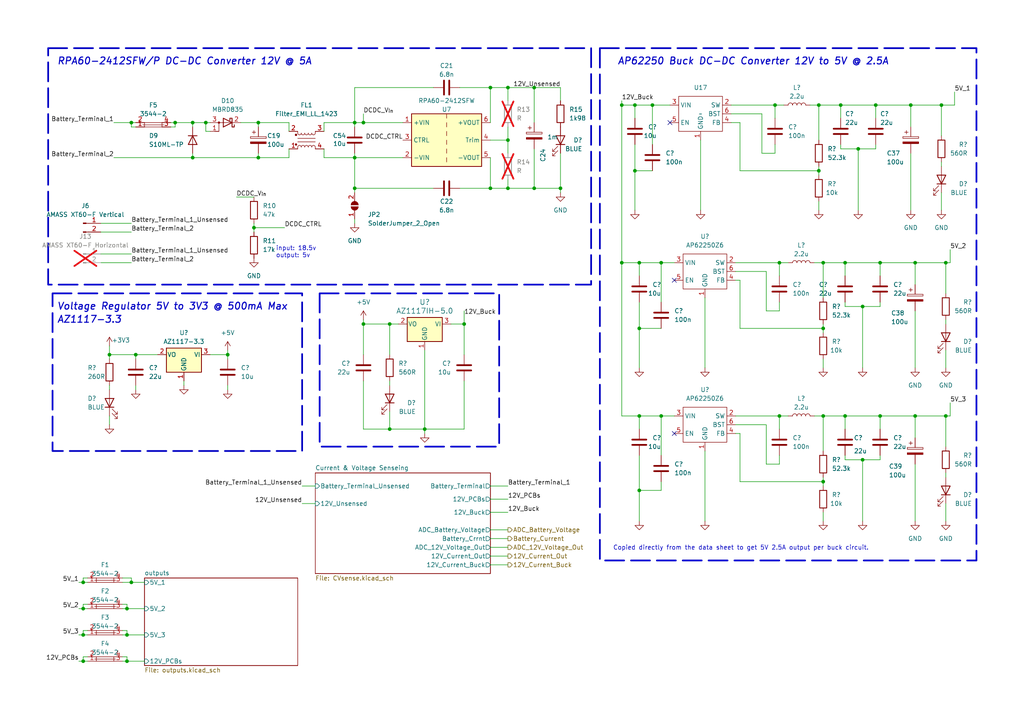
<source format=kicad_sch>
(kicad_sch (version 20230121) (generator eeschema)
  (paper "A4")
  (junction (at 264.16 30.48))
  (junction (at 24.13 168.91))
  (junction (at 147.32 54.61))
  (junction (at 243.84 30.48))
  (junction (at 55.88 45.72))
  (junction (at 66.04 102.87))
  (junction (at 38.1 168.91))
  (junction (at 102.87 35.56))
  (junction (at 105.41 93.98))
  (junction (at 154.94 54.61))
  (junction (at 180.34 30.48))
  (junction (at 38.1 35.56))
  (junction (at 274.32 76.2))
  (junction (at 31.75 102.87))
  (junction (at 185.42 142.24))
  (junction (at 245.11 76.2))
  (junction (at 255.27 76.2))
  (junction (at 265.43 76.2))
  (junction (at 113.03 124.46))
  (junction (at 24.13 176.53))
  (junction (at 24.13 184.15))
  (junction (at 154.94 25.4))
  (junction (at 237.49 30.48))
  (junction (at 189.23 30.48))
  (junction (at 191.77 120.65))
  (junction (at 102.87 54.61))
  (junction (at 55.88 35.56))
  (junction (at 105.41 35.56))
  (junction (at 123.19 124.46))
  (junction (at 39.37 102.87))
  (junction (at 24.13 191.77))
  (junction (at 250.19 88.9))
  (junction (at 226.06 76.2))
  (junction (at 59.69 35.56))
  (junction (at 147.32 25.4))
  (junction (at 185.42 76.2))
  (junction (at 226.06 120.65))
  (junction (at 274.32 120.65))
  (junction (at 36.83 176.53))
  (junction (at 184.15 49.53))
  (junction (at 50.8 35.56))
  (junction (at 238.76 95.25))
  (junction (at 238.76 76.2))
  (junction (at 250.19 133.35))
  (junction (at 162.56 54.61))
  (junction (at 142.24 25.4))
  (junction (at 255.27 120.65))
  (junction (at 142.24 54.61))
  (junction (at 102.87 45.72))
  (junction (at 36.83 191.77))
  (junction (at 237.49 49.53))
  (junction (at 238.76 120.65))
  (junction (at 36.83 184.15))
  (junction (at 134.62 93.98))
  (junction (at 265.43 120.65))
  (junction (at 180.34 76.2))
  (junction (at 254 30.48))
  (junction (at 74.93 35.56))
  (junction (at 248.92 43.18))
  (junction (at 185.42 120.65))
  (junction (at 184.15 30.48))
  (junction (at 191.77 76.2))
  (junction (at 147.32 40.64))
  (junction (at 245.11 120.65))
  (junction (at 238.76 139.7))
  (junction (at 185.42 95.25))
  (junction (at 74.93 45.72))
  (junction (at 273.05 30.48))
  (junction (at 73.66 66.04))
  (junction (at 113.03 93.98))
  (junction (at 224.79 30.48))
  (no_connect (at 195.58 125.73))
  (no_connect (at 194.31 35.56))
  (no_connect (at 195.58 81.28))
  (wire (pts (xy 29.21 73.66) (xy 38.1 73.66)))
  (wire (pts (xy 254 30.48) (xy 254 34.29)))
  (wire (pts (xy 66.04 102.87) (xy 66.04 104.14)))
  (wire (pts (xy 29.21 64.77) (xy 38.1 64.77)))
  (wire (pts (xy 22.86 168.91) (xy 24.13 168.91)))
  (wire (pts (xy 180.34 30.48) (xy 184.15 30.48)))
  (wire (pts (xy 238.76 151.13) (xy 238.76 148.59)))
  (wire (pts (xy 213.36 81.28) (xy 214.63 81.28)))
  (wire (pts (xy 59.69 35.56) (xy 60.96 35.56)))
  (wire (pts (xy 38.1 168.91) (xy 41.91 168.91)))
  (wire (pts (xy 220.98 44.45) (xy 224.79 44.45)))
  (wire (pts (xy 185.42 87.63) (xy 185.42 95.25)))
  (wire (pts (xy 255.27 132.08) (xy 255.27 133.35)))
  (wire (pts (xy 180.34 76.2) (xy 180.34 120.65)))
  (wire (pts (xy 55.88 35.56) (xy 55.88 36.83)))
  (wire (pts (xy 22.86 176.53) (xy 24.13 176.53)))
  (wire (pts (xy 105.41 93.98) (xy 105.41 102.87)))
  (wire (pts (xy 245.11 76.2) (xy 255.27 76.2)))
  (wire (pts (xy 274.32 120.65) (xy 274.32 129.54)))
  (wire (pts (xy 255.27 76.2) (xy 255.27 80.01)))
  (wire (pts (xy 35.56 168.91) (xy 38.1 168.91)))
  (wire (pts (xy 49.53 35.56) (xy 50.8 35.56)))
  (wire (pts (xy 238.76 140.97) (xy 238.76 139.7)))
  (wire (pts (xy 35.56 176.53) (xy 36.83 176.53)))
  (wire (pts (xy 134.62 110.49) (xy 134.62 124.46)))
  (wire (pts (xy 154.94 25.4) (xy 162.56 25.4)))
  (wire (pts (xy 68.58 57.15) (xy 73.66 57.15)))
  (wire (pts (xy 162.56 44.45) (xy 162.56 54.61)))
  (wire (pts (xy 102.87 35.56) (xy 105.41 35.56)))
  (wire (pts (xy 73.66 64.77) (xy 73.66 66.04)))
  (wire (pts (xy 238.76 86.36) (xy 238.76 76.2)))
  (wire (pts (xy 250.19 133.35) (xy 250.19 151.13)))
  (wire (pts (xy 66.04 111.76) (xy 66.04 113.03)))
  (wire (pts (xy 130.81 93.98) (xy 134.62 93.98)))
  (wire (pts (xy 245.11 132.08) (xy 245.11 133.35)))
  (wire (pts (xy 123.19 125.73) (xy 123.19 124.46)))
  (wire (pts (xy 60.96 102.87) (xy 66.04 102.87)))
  (wire (pts (xy 33.02 45.72) (xy 55.88 45.72)))
  (wire (pts (xy 237.49 48.26) (xy 237.49 49.53)))
  (wire (pts (xy 245.11 87.63) (xy 245.11 88.9)))
  (wire (pts (xy 245.11 76.2) (xy 245.11 80.01)))
  (wire (pts (xy 248.92 43.18) (xy 248.92 60.96)))
  (wire (pts (xy 224.79 30.48) (xy 227.33 30.48)))
  (wire (pts (xy 73.66 66.04) (xy 73.66 67.31)))
  (wire (pts (xy 31.75 113.03) (xy 31.75 111.76)))
  (wire (pts (xy 35.56 167.64) (xy 38.1 167.64)))
  (wire (pts (xy 226.06 90.17) (xy 226.06 87.63)))
  (wire (pts (xy 142.24 45.72) (xy 142.24 54.61)))
  (wire (pts (xy 35.56 175.26) (xy 36.83 175.26)))
  (wire (pts (xy 213.36 120.65) (xy 226.06 120.65)))
  (wire (pts (xy 245.11 120.65) (xy 255.27 120.65)))
  (wire (pts (xy 24.13 168.91) (xy 25.4 168.91)))
  (wire (pts (xy 237.49 50.8) (xy 237.49 49.53)))
  (wire (pts (xy 212.09 30.48) (xy 224.79 30.48)))
  (wire (pts (xy 237.49 60.96) (xy 237.49 58.42)))
  (wire (pts (xy 24.13 182.88) (xy 24.13 184.15)))
  (wire (pts (xy 147.32 25.4) (xy 154.94 25.4)))
  (wire (pts (xy 245.11 88.9) (xy 250.19 88.9)))
  (wire (pts (xy 191.77 132.08) (xy 191.77 120.65)))
  (wire (pts (xy 245.11 120.65) (xy 245.11 124.46)))
  (wire (pts (xy 185.42 76.2) (xy 191.77 76.2)))
  (wire (pts (xy 255.27 133.35) (xy 250.19 133.35)))
  (wire (pts (xy 191.77 76.2) (xy 195.58 76.2)))
  (wire (pts (xy 214.63 95.25) (xy 238.76 95.25)))
  (wire (pts (xy 102.87 25.4) (xy 102.87 35.56)))
  (wire (pts (xy 147.32 54.61) (xy 154.94 54.61)))
  (wire (pts (xy 184.15 41.91) (xy 184.15 49.53)))
  (wire (pts (xy 24.13 175.26) (xy 24.13 176.53)))
  (wire (pts (xy 222.25 90.17) (xy 226.06 90.17)))
  (wire (pts (xy 55.88 35.56) (xy 59.69 35.56)))
  (wire (pts (xy 214.63 49.53) (xy 237.49 49.53)))
  (wire (pts (xy 102.87 54.61) (xy 125.73 54.61)))
  (wire (pts (xy 275.59 72.39) (xy 275.59 76.2)))
  (wire (pts (xy 254 30.48) (xy 264.16 30.48)))
  (wire (pts (xy 185.42 95.25) (xy 185.42 106.68)))
  (wire (pts (xy 39.37 111.76) (xy 39.37 113.03)))
  (wire (pts (xy 123.19 124.46) (xy 113.03 124.46)))
  (wire (pts (xy 238.76 138.43) (xy 238.76 139.7)))
  (wire (pts (xy 214.63 125.73) (xy 214.63 139.7)))
  (wire (pts (xy 123.19 101.6) (xy 123.19 124.46)))
  (wire (pts (xy 83.82 43.18) (xy 83.82 45.72)))
  (wire (pts (xy 50.8 36.83) (xy 50.8 35.56)))
  (wire (pts (xy 154.94 54.61) (xy 162.56 54.61)))
  (wire (pts (xy 142.24 140.97) (xy 147.32 140.97)))
  (wire (pts (xy 105.41 35.56) (xy 116.84 35.56)))
  (wire (pts (xy 113.03 119.38) (xy 113.03 124.46)))
  (wire (pts (xy 55.88 45.72) (xy 74.93 45.72)))
  (wire (pts (xy 237.49 30.48) (xy 243.84 30.48)))
  (wire (pts (xy 191.77 142.24) (xy 185.42 142.24)))
  (wire (pts (xy 185.42 120.65) (xy 185.42 124.46)))
  (wire (pts (xy 236.22 76.2) (xy 238.76 76.2)))
  (wire (pts (xy 38.1 35.56) (xy 39.37 35.56)))
  (wire (pts (xy 222.25 90.17) (xy 222.25 78.74)))
  (wire (pts (xy 24.13 167.64) (xy 25.4 167.64)))
  (wire (pts (xy 93.98 35.56) (xy 102.87 35.56)))
  (wire (pts (xy 265.43 120.65) (xy 265.43 127)))
  (wire (pts (xy 204.47 86.36) (xy 204.47 106.68)))
  (wire (pts (xy 38.1 36.83) (xy 38.1 35.56)))
  (wire (pts (xy 255.27 88.9) (xy 250.19 88.9)))
  (wire (pts (xy 50.8 35.56) (xy 55.88 35.56)))
  (wire (pts (xy 212.09 35.56) (xy 214.63 35.56)))
  (wire (pts (xy 147.32 144.78) (xy 142.24 144.78)))
  (wire (pts (xy 162.56 25.4) (xy 162.56 29.21)))
  (wire (pts (xy 185.42 76.2) (xy 185.42 80.01)))
  (wire (pts (xy 74.93 45.72) (xy 83.82 45.72)))
  (wire (pts (xy 24.13 190.5) (xy 24.13 191.77)))
  (wire (pts (xy 191.77 87.63) (xy 191.77 76.2)))
  (wire (pts (xy 243.84 41.91) (xy 243.84 43.18)))
  (wire (pts (xy 87.63 140.97) (xy 91.44 140.97)))
  (wire (pts (xy 180.34 76.2) (xy 185.42 76.2)))
  (wire (pts (xy 189.23 30.48) (xy 194.31 30.48)))
  (wire (pts (xy 25.4 175.26) (xy 24.13 175.26)))
  (wire (pts (xy 274.32 92.71) (xy 274.32 93.98)))
  (wire (pts (xy 87.63 146.05) (xy 91.44 146.05)))
  (wire (pts (xy 53.34 111.76) (xy 53.34 110.49)))
  (wire (pts (xy 142.24 161.29) (xy 147.32 161.29)))
  (wire (pts (xy 35.56 184.15) (xy 36.83 184.15)))
  (wire (pts (xy 213.36 123.19) (xy 222.25 123.19)))
  (wire (pts (xy 142.24 54.61) (xy 147.32 54.61)))
  (wire (pts (xy 274.32 137.16) (xy 274.32 138.43)))
  (wire (pts (xy 105.41 33.02) (xy 105.41 35.56)))
  (wire (pts (xy 142.24 40.64) (xy 147.32 40.64)))
  (wire (pts (xy 204.47 130.81) (xy 204.47 151.13)))
  (wire (pts (xy 35.56 182.88) (xy 36.83 182.88)))
  (wire (pts (xy 25.4 190.5) (xy 24.13 190.5)))
  (wire (pts (xy 105.41 92.71) (xy 105.41 93.98)))
  (wire (pts (xy 191.77 120.65) (xy 195.58 120.65)))
  (wire (pts (xy 180.34 30.48) (xy 180.34 76.2)))
  (wire (pts (xy 49.53 36.83) (xy 50.8 36.83)))
  (wire (pts (xy 73.66 66.04) (xy 82.55 66.04)))
  (wire (pts (xy 243.84 30.48) (xy 254 30.48)))
  (wire (pts (xy 213.36 76.2) (xy 226.06 76.2)))
  (wire (pts (xy 224.79 44.45) (xy 224.79 41.91)))
  (wire (pts (xy 29.21 67.31) (xy 38.1 67.31)))
  (wire (pts (xy 226.06 120.65) (xy 226.06 124.46)))
  (wire (pts (xy 180.34 120.65) (xy 185.42 120.65)))
  (wire (pts (xy 36.83 175.26) (xy 36.83 176.53)))
  (wire (pts (xy 162.56 55.88) (xy 162.56 54.61)))
  (wire (pts (xy 250.19 88.9) (xy 250.19 106.68)))
  (wire (pts (xy 276.86 26.67) (xy 276.86 30.48)))
  (wire (pts (xy 222.25 134.62) (xy 222.25 123.19)))
  (wire (pts (xy 59.69 38.1) (xy 60.96 38.1)))
  (wire (pts (xy 24.13 191.77) (xy 25.4 191.77)))
  (wire (pts (xy 274.32 120.65) (xy 275.59 120.65)))
  (wire (pts (xy 226.06 134.62) (xy 226.06 132.08)))
  (wire (pts (xy 220.98 44.45) (xy 220.98 33.02)))
  (wire (pts (xy 22.86 191.77) (xy 24.13 191.77)))
  (wire (pts (xy 113.03 110.49) (xy 113.03 111.76)))
  (wire (pts (xy 238.76 106.68) (xy 238.76 104.14)))
  (wire (pts (xy 273.05 30.48) (xy 273.05 39.37)))
  (wire (pts (xy 185.42 142.24) (xy 185.42 151.13)))
  (wire (pts (xy 142.24 25.4) (xy 147.32 25.4)))
  (wire (pts (xy 31.75 104.14) (xy 31.75 102.87)))
  (wire (pts (xy 22.86 184.15) (xy 24.13 184.15)))
  (wire (pts (xy 185.42 132.08) (xy 185.42 142.24)))
  (wire (pts (xy 226.06 76.2) (xy 226.06 80.01)))
  (wire (pts (xy 39.37 102.87) (xy 39.37 104.14)))
  (wire (pts (xy 142.24 158.75) (xy 147.32 158.75)))
  (wire (pts (xy 134.62 93.98) (xy 134.62 102.87)))
  (wire (pts (xy 238.76 76.2) (xy 245.11 76.2)))
  (wire (pts (xy 105.41 110.49) (xy 105.41 124.46)))
  (wire (pts (xy 142.24 25.4) (xy 142.24 35.56)))
  (wire (pts (xy 273.05 46.99) (xy 273.05 48.26)))
  (wire (pts (xy 222.25 134.62) (xy 226.06 134.62)))
  (wire (pts (xy 102.87 36.83) (xy 102.87 35.56)))
  (wire (pts (xy 245.11 133.35) (xy 250.19 133.35)))
  (wire (pts (xy 191.77 139.7) (xy 191.77 142.24)))
  (wire (pts (xy 238.76 93.98) (xy 238.76 95.25)))
  (wire (pts (xy 265.43 76.2) (xy 265.43 82.55)))
  (wire (pts (xy 134.62 90.17) (xy 134.62 93.98)))
  (wire (pts (xy 274.32 76.2) (xy 275.59 76.2)))
  (wire (pts (xy 36.83 191.77) (xy 41.91 191.77)))
  (wire (pts (xy 273.05 30.48) (xy 276.86 30.48)))
  (wire (pts (xy 31.75 100.33) (xy 31.75 102.87)))
  (wire (pts (xy 264.16 30.48) (xy 273.05 30.48)))
  (wire (pts (xy 102.87 45.72) (xy 116.84 45.72)))
  (wire (pts (xy 274.32 146.05) (xy 274.32 151.13)))
  (wire (pts (xy 36.83 191.77) (xy 35.56 191.77)))
  (wire (pts (xy 184.15 30.48) (xy 184.15 34.29)))
  (wire (pts (xy 180.34 29.21) (xy 180.34 30.48)))
  (wire (pts (xy 142.24 153.67) (xy 147.32 153.67)))
  (wire (pts (xy 29.21 76.2) (xy 38.1 76.2)))
  (wire (pts (xy 102.87 54.61) (xy 102.87 55.88)))
  (wire (pts (xy 255.27 76.2) (xy 265.43 76.2)))
  (wire (pts (xy 265.43 120.65) (xy 274.32 120.65)))
  (wire (pts (xy 142.24 163.83) (xy 147.32 163.83)))
  (wire (pts (xy 265.43 90.17) (xy 265.43 106.68)))
  (wire (pts (xy 142.24 148.59) (xy 147.32 148.59)))
  (wire (pts (xy 184.15 30.48) (xy 189.23 30.48)))
  (wire (pts (xy 185.42 95.25) (xy 191.77 95.25)))
  (wire (pts (xy 134.62 124.46) (xy 123.19 124.46)))
  (wire (pts (xy 214.63 35.56) (xy 214.63 49.53)))
  (wire (pts (xy 55.88 44.45) (xy 55.88 45.72)))
  (wire (pts (xy 274.32 101.6) (xy 274.32 106.68)))
  (wire (pts (xy 265.43 76.2) (xy 274.32 76.2)))
  (wire (pts (xy 113.03 93.98) (xy 105.41 93.98)))
  (wire (pts (xy 36.83 184.15) (xy 41.91 184.15)))
  (wire (pts (xy 31.75 102.87) (xy 39.37 102.87)))
  (wire (pts (xy 66.04 101.6) (xy 66.04 102.87)))
  (wire (pts (xy 133.35 25.4) (xy 142.24 25.4)))
  (wire (pts (xy 184.15 49.53) (xy 189.23 49.53)))
  (wire (pts (xy 147.32 36.83) (xy 147.32 40.64)))
  (wire (pts (xy 102.87 63.5) (xy 102.87 64.77)))
  (wire (pts (xy 255.27 120.65) (xy 255.27 124.46)))
  (wire (pts (xy 212.09 33.02) (xy 220.98 33.02)))
  (wire (pts (xy 142.24 156.21) (xy 147.32 156.21)))
  (wire (pts (xy 214.63 81.28) (xy 214.63 95.25)))
  (wire (pts (xy 147.32 25.4) (xy 147.32 29.21)))
  (wire (pts (xy 237.49 40.64) (xy 237.49 30.48)))
  (wire (pts (xy 226.06 120.65) (xy 228.6 120.65)))
  (wire (pts (xy 39.37 102.87) (xy 45.72 102.87)))
  (wire (pts (xy 274.32 76.2) (xy 274.32 85.09)))
  (wire (pts (xy 224.79 30.48) (xy 224.79 34.29)))
  (wire (pts (xy 39.37 36.83) (xy 38.1 36.83)))
  (wire (pts (xy 265.43 134.62) (xy 265.43 151.13)))
  (wire (pts (xy 36.83 190.5) (xy 35.56 190.5)))
  (wire (pts (xy 102.87 25.4) (xy 125.73 25.4)))
  (wire (pts (xy 273.05 55.88) (xy 273.05 60.96)))
  (wire (pts (xy 214.63 139.7) (xy 238.76 139.7)))
  (wire (pts (xy 102.87 45.72) (xy 93.98 45.72)))
  (wire (pts (xy 113.03 124.46) (xy 105.41 124.46)))
  (wire (pts (xy 24.13 184.15) (xy 25.4 184.15)))
  (wire (pts (xy 185.42 120.65) (xy 191.77 120.65)))
  (wire (pts (xy 38.1 167.64) (xy 38.1 168.91)))
  (wire (pts (xy 226.06 76.2) (xy 228.6 76.2)))
  (wire (pts (xy 113.03 93.98) (xy 115.57 93.98)))
  (wire (pts (xy 184.15 49.53) (xy 184.15 60.96)))
  (wire (pts (xy 102.87 45.72) (xy 102.87 54.61)))
  (wire (pts (xy 154.94 43.18) (xy 154.94 54.61)))
  (wire (pts (xy 74.93 45.72) (xy 74.93 44.45)))
  (wire (pts (xy 154.94 25.4) (xy 154.94 35.56)))
  (wire (pts (xy 243.84 43.18) (xy 248.92 43.18)))
  (wire (pts (xy 264.16 30.48) (xy 264.16 36.83)))
  (wire (pts (xy 255.27 120.65) (xy 265.43 120.65)))
  (wire (pts (xy 264.16 44.45) (xy 264.16 60.96)))
  (wire (pts (xy 254 41.91) (xy 254 43.18)))
  (wire (pts (xy 243.84 30.48) (xy 243.84 34.29)))
  (wire (pts (xy 24.13 176.53) (xy 25.4 176.53)))
  (wire (pts (xy 83.82 35.56) (xy 83.82 38.1)))
  (wire (pts (xy 36.83 190.5) (xy 36.83 191.77)))
  (wire (pts (xy 236.22 120.65) (xy 238.76 120.65)))
  (wire (pts (xy 213.36 78.74) (xy 222.25 78.74)))
  (wire (pts (xy 74.93 35.56) (xy 83.82 35.56)))
  (wire (pts (xy 31.75 120.65) (xy 31.75 123.19)))
  (wire (pts (xy 234.95 30.48) (xy 237.49 30.48)))
  (wire (pts (xy 238.76 120.65) (xy 245.11 120.65)))
  (wire (pts (xy 36.83 182.88) (xy 36.83 184.15)))
  (wire (pts (xy 238.76 96.52) (xy 238.76 95.25)))
  (wire (pts (xy 74.93 36.83) (xy 74.93 35.56)))
  (wire (pts (xy 238.76 130.81) (xy 238.76 120.65)))
  (wire (pts (xy 133.35 54.61) (xy 142.24 54.61)))
  (wire (pts (xy 213.36 125.73) (xy 214.63 125.73)))
  (wire (pts (xy 113.03 93.98) (xy 113.03 102.87)))
  (wire (pts (xy 36.83 176.53) (xy 41.91 176.53)))
  (wire (pts (xy 254 43.18) (xy 248.92 43.18)))
  (wire (pts (xy 189.23 30.48) (xy 189.23 41.91)))
  (wire (pts (xy 69.85 35.56) (xy 74.93 35.56)))
  (wire (pts (xy 203.2 40.64) (xy 203.2 60.96)))
  (wire (pts (xy 93.98 38.1) (xy 93.98 35.56)))
  (wire (pts (xy 93.98 43.18) (xy 93.98 45.72)))
  (wire (pts (xy 102.87 44.45) (xy 102.87 45.72)))
  (wire (pts (xy 147.32 52.07) (xy 147.32 54.61)))
  (wire (pts (xy 33.02 35.56) (xy 38.1 35.56)))
  (wire (pts (xy 24.13 167.64) (xy 24.13 168.91)))
  (wire (pts (xy 147.32 44.45) (xy 147.32 40.64)))
  (wire (pts (xy 59.69 35.56) (xy 59.69 38.1)))
  (wire (pts (xy 255.27 87.63) (xy 255.27 88.9)))
  (wire (pts (xy 275.59 116.84) (xy 275.59 120.65)))
  (wire (pts (xy 24.13 182.88) (xy 25.4 182.88)))
  (rectangle (start 173.99 13.97) (end 283.21 162.56) (stroke (width 0.5) (type dash)))
  (rectangle (start 13.97 13.97) (end 171.45 82.55) (stroke (width 0.5) (type dash)))
  (rectangle (start 15.24 85.09) (end 87.63 130.81) (stroke (width 0.5) (type dash)))
  (rectangle (start 92.71 85.09) (end 144.78 129.54) (stroke (width 0.5) (type dash)))
  (text "AZ1117-3.3" (at 16.51 93.98 0) (effects (font (size 2 2) (thickness 0.3) bold italic) (justify left bottom)))
  (text "Voltage Regulator 5V to 3V3 @ 500mA Max" (at 16.51 90.17 0) (effects (font (size 2 2) (thickness 0.3) bold italic) (justify left bottom)))
  (text "RPA60-2412SFW/P DC-DC Converter 12V @ 5A\n" (at 16.51 19.05 0) (effects (font (size 2 2) (thickness 0.3) bold italic) (justify left bottom)))
  (text "AP62250 Buck DC-DC Converter 12V to 5V @ 2.5A\n" (at 179.07 19.05 0) (effects (font (size 2 2) (thickness 0.3) bold italic) (justify left bottom)))
  (text "Copied directly from the data sheet to get 5V 2.5A output per buck circuit.\n\n\n" (at 177.8 163.83 0) (effects (font (size 1.27 1.27)) (justify left bottom)))
  (text "input: 18.5v\noutput: 5v " (at 80.01 74.93 0) (effects (font (size 1.27 1.27)) (justify left bottom)))
  (label "5V_1" (at 22.86 168.91 180))
  (label "DCDC_V_{in}" (at 68.58 57.15 0))
  (label "12V_PCBs" (at 22.86 191.77 180))
  (label "Battery_Terminal_1_Unsensed" (at 38.1 64.77 0))
  (label "12V_Buck" (at 180.34 29.21 0))
  (label "Battery_Terminal_1_Unsensed" (at 38.1 73.66 0))
  (label "Battery_Terminal_1_Unsensed" (at 87.63 140.97 180))
  (label "5V_1" (at 276.86 26.67 0))
  (label "12V_PCBs" (at 147.32 144.78 0))
  (label "5V_3" (at 22.86 184.15 180))
  (label "12V_Buck" (at 134.62 91.44 0))
  (label "Battery_Terminal_2" (at 38.1 76.2 0))
  (label "DCDC_CTRL" (at 82.55 66.04 0))
  (label "Battery_Terminal_1" (at 33.02 35.56 180))
  (label "Battery_Terminal_2" (at 38.1 67.31 0))
  (label "5V_2" (at 22.86 176.53 180))
  (label "5V_3" (at 275.59 116.84 0))
  (label "12V_Unsensed" (at 162.56 25.4 180))
  (label "DCDC_CTRL" (at 116.84 40.64 180))
  (label "DCDC_V_{in}" (at 105.41 33.02 0))
  (label "12V_Buck" (at 147.32 148.59 0))
  (label "5V_2" (at 275.59 72.39 0))
  (label "Battery_Terminal_1" (at 147.32 140.97 0))
  (label "12V_Unsensed" (at 87.63 146.05 180))
  (label "Battery_Terminal_2" (at 33.02 45.72 180))
  (hierarchical_label "ADC_12V_Voltage_Out" (shape output) (at 147.32 158.75 0))
  (hierarchical_label "12V_Current_Buck" (shape output) (at 147.32 163.83 0))
  (hierarchical_label "Battery_Current" (shape output) (at 147.32 156.21 0))
  (hierarchical_label "ADC_Battery_Voltage" (shape output) (at 147.32 153.67 0))
  (hierarchical_label "12V_Current_Out" (shape output) (at 147.32 161.29 0))
  (symbol (lib_id "Device:C_Polarized") (at 264.16 40.64 0) (unit 1)
    (property "Reference" "C37" (at 257.175 44.45 0) (effects (justify left)))
    (property "Value" "100u" (at 257.175 46.99 0) (effects (justify left)))
    (property "Footprint" "Capacitor_SMD:CP_Elec_6.3x7.7" (effects hide))
    (property "Datasheet" "https://mm.digikey.com/Volume0/opasdata/d220001/medias/docus/2452/ECA-xxM%20Series,TypeA.pdf" (effects hide))
    (property "Digikey #" "P10387TB-ND" (effects hide))
    (property "JLCPCB Part#(Optional)" "NA" (effects hide))
  )
  (symbol (lib_id "Device:C") (at 224.79 38.1 0) (unit 1)
    (property "Reference" "C?" (at 228.6 36.83 0) (effects (justify left)))
    (property "Value" "100n" (at 228.6 39.37 0) (effects (justify left)))
    (property "Footprint" "Capacitor_SMD:C_0603_1608Metric" (effects hide))
    (property "JLCPCB Part#(Optional)" "C1525" (effects hide))
    (instances (project "H2 Sensor Board Lucy Rev 1" (path "" (reference "C?") (unit 1))) (project "Batt-Power-Prototype-2023_Lucy_V1" (path "" (reference "C28") (unit 1))))
  )
  (symbol (lib_id "Device:R") (at 73.66 60.96 0) (unit 1)
    (property "Reference" "R10" (at 76.2 59.69 0) (effects (justify left)))
    (property "Value" "47k" (at 76.2 62.23 0) (effects (justify left)))
    (property "Footprint" "Resistor_SMD:R_1210_3225Metric" (effects hide))
  )
  (symbol (lib_id "power:GND") (at 184.15 60.96 0) (unit 1)
    (property "Reference" "#PWR?" (effects hide))
    (property "Value" "GND" (effects hide))
    (instances (project "H2 Sensor Board Lucy Rev 1" (path "" (reference "#PWR?") (unit 1))) (project "Batt-Power-Prototype-2023_Lucy_V1" (path "" (reference "#PWR052") (unit 1))))
  )
  (symbol (lib_id "power:+5V") (at 105.41 92.71 0) (mirror y) (unit 1)
    (property "Reference" "#PWR049" (effects hide))
    (property "Value" "+5V" (at 105.41 87.63 0))
  )
  (symbol (lib_id "Device:C") (at 245.11 128.27 0) (unit 1)
    (property "Reference" "C?" (at 247.65 127 0) (effects (justify left)))
    (property "Value" "22u" (at 247.65 130.81 0) (effects (justify left)))
    (property "Footprint" "Capacitor_SMD:C_1210_3225Metric" (effects hide))
    (instances (project "H2 Sensor Board Lucy Rev 1" (path "" (reference "C?") (unit 1))) (project "Batt-Power-Prototype-2023_Lucy_V1" (path "" (reference "C33") (unit 1))))
  )
  (symbol (lib_id "Device:R") (at 238.76 144.78 180) (unit 1)
    (property "Reference" "R?" (at 242.57 143.51 0))
    (property "Value" "10k" (at 242.57 146.05 0))
    (property "Footprint" "Resistor_SMD:R_0402_1005Metric" (effects hide))
    (instances (project "H2 Sensor Board Lucy Rev 1" (path "" (reference "R?") (unit 1))) (project "Batt-Power-Prototype-2023_Lucy_V1" (path "" (reference "R21") (unit 1))))
  )
  (symbol (lib_id "BattPart:AP62250") (at 204.47 123.19 0) (unit 1)
    (property "Reference" "U?" (at 204.47 113.03 0))
    (property "Value" "AP62250Z6" (at 204.47 115.57 0))
    (property "Footprint" "Package_TO_SOT_SMD:SOT-563" (effects hide))
    (property "Datasheet" "https://www.diodes.com/assets/Datasheets/AP62250.pdf" (effects hide))
    (property "Digikey #" "31-AP62250Z6-7TR-ND" (effects hide))
    (instances (project "H2 Sensor Board Lucy Rev 1" (path "" (reference "U?") (unit 1))) (project "Batt-Power-Prototype-2023_Lucy_V1" (path "" (reference "U10") (unit 1))))
  )
  (symbol (lib_id "Device:R") (at 237.49 44.45 0) (unit 1)
    (property "Reference" "R?" (at 240.03 43.18 0) (effects (justify left)))
    (property "Value" "52.3k" (at 240.03 45.72 0) (effects (justify left)))
    (property "Footprint" "Resistor_SMD:R_0402_1005Metric" (effects hide))
    (instances (project "H2 Sensor Board Lucy Rev 1" (path "" (reference "R?") (unit 1))) (project "Batt-Power-Prototype-2023_Lucy_V1" (path "" (reference "R16") (unit 1))))
  )
  (symbol (lib_id "power:GND") (at 203.2 60.96 0) (unit 1)
    (property "Reference" "#PWR?" (effects hide))
    (property "Value" "GND" (effects hide))
    (instances (project "H2 Sensor Board Lucy Rev 1" (path "" (reference "#PWR?") (unit 1))) (project "Batt-Power-Prototype-2023_Lucy_V1" (path "" (reference "#PWR055") (unit 1))))
  )
  (symbol (lib_id "Device:C") (at 255.27 128.27 0) (unit 1)
    (property "Reference" "C?" (at 259.08 127 0) (effects (justify left)))
    (property "Value" "22u" (at 259.08 129.54 0) (effects (justify left)))
    (property "Footprint" "Capacitor_SMD:C_1210_3225Metric" (effects hide))
    (instances (project "H2 Sensor Board Lucy Rev 1" (path "" (reference "C?") (unit 1))) (project "Batt-Power-Prototype-2023_Lucy_V1" (path "" (reference "C36") (unit 1))))
  )
  (symbol (lib_id "Device:L") (at 231.14 30.48 90) (unit 1)
    (property "Reference" "L?" (at 231.14 25.4 90))
    (property "Value" "2.2u" (at 231.14 27.94 90))
    (property "Footprint" "BP_FTP:L_7.3x7.3_H3.5" (effects hide))
    (property "Datasheet" "https://www.we-online.com/components/products/datasheet/744777002.pdf" (effects hide))
    (property "Digikey #" "732-13496-1-ND" (effects hide))
    (instances (project "H2 Sensor Board Lucy Rev 1" (path "" (reference "L?") (unit 1))) (project "Batt-Power-Prototype-2023_Lucy_V1" (path "" (reference "L1") (unit 1))))
  )
  (symbol (lib_id "H2_Parts:AZ111IH-5.0") (at 123.19 93.98 0) (mirror y) (unit 1)
    (property "Reference" "U?" (at 123.19 87.63 0) (effects (font (size 1.524 1.524))))
    (property "Value" "AZ1117IH-5.0" (at 123.19 90.17 0) (effects (font (size 1.524 1.524))))
    (property "Footprint" "Package_TO_SOT_SMD:SOT-223-3_TabPin2" (effects hide))
    (property "Datasheet" "https://datasheet.lcsc.com/lcsc/1810251612_Diodes-Incorporated-AZ1117H-5-0TRE1_C99343.pdf" (effects hide))
    (property "Digikey #" "AZ1117IH-5.0TRG1DICT-ND" (effects hide))
    (instances (project "H2 Sensor Board Lucy Rev 1" (path "" (reference "U?") (unit 1))) (project "Batt-Power-Prototype-2023_Lucy_V1" (path "" (reference "U6") (unit 1))))
  )
  (symbol (lib_id "Device:L") (at 232.41 76.2 90) (unit 1)
    (property "Reference" "L?" (at 232.41 71.12 90))
    (property "Value" "2.2u" (at 232.41 73.66 90))
    (property "Footprint" "BP_FTP:L_7.3x7.3_H3.5" (effects hide))
    (property "Datasheet" "https://www.we-online.com/components/products/datasheet/744777002.pdf" (effects hide))
    (property "Digikey #" "732-13496-1-ND" (effects hide))
    (instances (project "H2 Sensor Board Lucy Rev 1" (path "" (reference "L?") (unit 1))) (project "Batt-Power-Prototype-2023_Lucy_V1" (path "" (reference "L2") (unit 1))))
  )
  (symbol (lib_id "power:GND") (at 185.42 151.13 0) (unit 1)
    (property "Reference" "#PWR?" (effects hide))
    (property "Value" "GND" (effects hide))
    (instances (project "H2 Sensor Board Lucy Rev 1" (path "" (reference "#PWR?") (unit 1))) (project "Batt-Power-Prototype-2023_Lucy_V1" (path "" (reference "#PWR054") (unit 1))))
  )
  (symbol (lib_id "Device:C") (at 226.06 83.82 0) (unit 1)
    (property "Reference" "C?" (at 229.87 82.55 0) (effects (justify left)))
    (property "Value" "100n" (at 229.87 85.09 0) (effects (justify left)))
    (property "Footprint" "Capacitor_SMD:C_0603_1608Metric" (effects hide))
    (property "JLCPCB Part#(Optional)" "C1525" (effects hide))
    (instances (project "H2 Sensor Board Lucy Rev 1" (path "" (reference "C?") (unit 1))) (project "Batt-Power-Prototype-2023_Lucy_V1" (path "" (reference "C29") (unit 1))))
  )
  (symbol (lib_id "Device:D_Schottky_KAA") (at 66.04 35.56 180) (unit 1)
    (property "Reference" "D10" (at 66.04 29.21 0))
    (property "Value" "MBRD835" (at 66.04 31.75 0))
    (property "Footprint" "Package_TO_SOT_SMD:TO-252-2" (effects hide))
  )
  (symbol (lib_id "Device:C") (at 185.42 83.82 0) (unit 1)
    (property "Reference" "C?" (at 189.23 82.55 0) (effects (justify left)))
    (property "Value" "10u" (at 187.96 85.09 0) (effects (justify left)))
    (property "Footprint" "Capacitor_SMD:C_1210_3225Metric" (effects hide))
    (instances (project "H2 Sensor Board Lucy Rev 1" (path "" (reference "C?") (unit 1))) (project "Batt-Power-Prototype-2023_Lucy_V1" (path "" (reference "C26") (unit 1))))
  )
  (symbol (lib_id "power:GND") (at 273.05 60.96 0) (unit 1)
    (property "Reference" "#PWR067" (effects hide))
    (property "Value" "GND" (at 273.05 66.04 0))
  )
  (symbol (lib_id "power:GND") (at 250.19 151.13 0) (unit 1)
    (property "Reference" "#PWR?" (effects hide))
    (property "Value" "GND" (effects hide))
    (instances (project "H2 Sensor Board Lucy Rev 1" (path "" (reference "#PWR?") (unit 1))) (project "Batt-Power-Prototype-2023_Lucy_V1" (path "" (reference "#PWR063") (unit 1))))
  )
  (symbol (lib_id "Jumper:SolderJumper_2_Open") (at 102.87 59.69 90) (unit 1)
    (property "Reference" "JP2" (at 106.68 62.23 90) (effects (justify right)))
    (property "Value" "SolderJumper_2_Open" (at 106.68 64.77 90) (effects (justify right)))
    (property "Footprint" "Jumper:SolderJumper-2_P1.3mm_Open_RoundedPad1.0x1.5mm" (effects hide))
  )
  (symbol (lib_id "Device:Filter_EMI_LL_1423") (at 88.9 40.64 0) (unit 1)
    (property "Reference" "FL1" (at 88.9 30.48 0))
    (property "Value" "Filter_EMI_LL_1423" (at 88.9 33.02 0))
    (property "Footprint" "BP_FTP:CMC" (effects hide))
    (property "Datasheet" "https://www.we-online.com/katalog/datasheet/7448229004.pdf" (effects hide))
    (property "Digikey #" "732-3884-ND" (effects hide))
    (property "JLCPCB Part#(Optional)" "NA" (effects hide))
  )
  (symbol (lib_id "Device:C") (at 185.42 128.27 0) (unit 1)
    (property "Reference" "C?" (at 189.23 127 0) (effects (justify left)))
    (property "Value" "10u" (at 187.96 129.54 0) (effects (justify left)))
    (property "Footprint" "Capacitor_SMD:C_1210_3225Metric" (effects hide))
    (instances (project "H2 Sensor Board Lucy Rev 1" (path "" (reference "C?") (unit 1))) (project "Batt-Power-Prototype-2023_Lucy_V1" (path "" (reference "C27") (unit 1))))
  )
  (symbol (lib_id "Device:C") (at 129.54 54.61 90) (unit 1)
    (property "Reference" "C22" (at 129.54 58.42 90))
    (property "Value" "6.8n" (at 129.54 60.96 90))
    (property "Footprint" "BP_FTP:CAP_2220_AVX" (effects hide))
    (property "Datasheet" "https://datasheets.kyocera-avx.com/AVX-HV_MLCC.pdf" (effects hide))
    (property "Digikey #" "478-5929-2-ND" (effects hide))
    (property "JLCPCB Part#(Optional)" "NA" (effects hide))
  )
  (symbol (lib_id "power:GND") (at 53.34 111.76 0) (unit 1)
    (property "Reference" "#PWR?" (effects hide))
    (property "Value" "GND" (effects hide))
    (instances (project "CAN-USB RF Module" (path "" (reference "#PWR?") (unit 1))) (project "Batt-Power-Prototype-2023_Lucy_V1" (path "" (reference "#PWR044") (unit 1))))
  )
  (symbol (lib_id "Connector:Conn_01x02_Pin") (at 24.13 73.66 0) (unit 1) (on_board no) (dnp yes)
    (property "Reference" "J13" (at 24.765 68.58 0))
    (property "Value" "AMASS XT60-F Horizontal" (at 24.765 71.12 0))
    (property "Footprint" "BP_FTP:AMASS_XT60PW-F" (effects hide))
    (property "Datasheet" "https://cdn.sparkfun.com/datasheets/Prototyping/xt60.pdf" (effects hide))
  )
  (symbol (lib_id "power:+3V3") (at 31.75 100.33 0) (unit 1)
    (property "Reference" "#PWR?" (effects hide))
    (property "Value" "+3V3" (at 35.052 98.679 0))
    (instances (project "CAN-USB RF Module" (path "" (reference "#PWR?") (unit 1))) (project "H2 Sensor Board Lucy Rev 1" (path "" (reference "#PWR?") (unit 1))) (project "Batt-Power-Prototype-2023_Lucy_V1" (path "" (reference "#PWR?") (unit 1)) (path "" (reference "#PWR041") (unit 1))))
  )
  (symbol (lib_id "power:GND") (at 250.19 106.68 0) (unit 1)
    (property "Reference" "#PWR?" (effects hide))
    (property "Value" "GND" (effects hide))
    (instances (project "H2 Sensor Board Lucy Rev 1" (path "" (reference "#PWR?") (unit 1))) (project "Batt-Power-Prototype-2023_Lucy_V1" (path "" (reference "#PWR062") (unit 1))))
  )
  (symbol (lib_id "Device:C") (at 245.11 83.82 0) (unit 1)
    (property "Reference" "C?" (at 237.49 82.55 0) (effects (justify left)))
    (property "Value" "22u" (at 237.49 85.09 0) (effects (justify left)))
    (property "Footprint" "Capacitor_SMD:C_1210_3225Metric" (effects hide))
    (instances (project "H2 Sensor Board Lucy Rev 1" (path "" (reference "C?") (unit 1))) (project "Batt-Power-Prototype-2023_Lucy_V1" (path "" (reference "C32") (unit 1))))
  )
  (symbol (lib_id "Converter_DCDC:RPA60-2412SFW") (at 129.54 40.64 0) (unit 1)
    (property "Reference" "U7" (at 129.54 31.75 0))
    (property "Value" "RPA60-2412SFW" (at 129.54 29.21 0))
    (property "Footprint" "Converter_DCDC:Converter_DCDC_RECOM_RPA60-xxxxSFW" (effects hide))
    (property "Datasheet" "https://recom-power.com/pdf/Powerline_DC-DC/RPA60-FW.pdf" (effects hide))
    (property "Digikey #" "945-2958-ND" (effects hide))
  )
  (symbol (lib_id "Device:C") (at 129.54 25.4 90) (unit 1)
    (property "Reference" "C21" (at 129.54 19.05 90))
    (property "Value" "6.8n" (at 129.54 21.59 90))
    (property "Footprint" "BP_FTP:CAP_2220_AVX" (effects hide))
    (property "Datasheet" "https://datasheets.kyocera-avx.com/AVX-HV_MLCC.pdf" (effects hide))
    (property "Digikey #" "478-5929-2-ND" (effects hide))
    (property "JLCPCB Part#(Optional)" "NA" (effects hide))
  )
  (symbol (lib_id "Device:D") (at 55.88 40.64 270) (unit 1)
    (property "Reference" "D9" (at 43.18 39.37 90) (effects (justify left)))
    (property "Value" "S10ML-TP" (at 43.18 41.91 90) (effects (justify left)))
    (property "Footprint" "Diode_SMD:D_SMC" (effects hide))
    (property "Datasheet" "https://www.mccsemi.com/pdf/Products/S10AL-S10ML(SMC).pdf" (effects hide))
  )
  (symbol (lib_id "Device:C") (at 66.04 107.95 0) (unit 1)
    (property "Reference" "C?" (at 69.85 106.68 0) (effects (justify left)))
    (property "Value" "10u" (at 69.85 109.22 0) (effects (justify left)))
    (property "Footprint" "Capacitor_SMD:C_0603_1608Metric" (effects hide))
    (property "PCBA" "-" (effects hide))
    (property "Digikey #" "490-14381-1-ND" (effects hide))
    (property "JLCPCB Part#(Optional)" "C440198" (effects hide))
    (instances (project "CAN-USB RF Module" (path "" (reference "C?") (unit 1))) (project "Batt-Power-Prototype-2023_Lucy_V1" (path "" (reference "C18") (unit 1))))
  )
  (symbol (lib_id "power:GND") (at 264.16 60.96 0) (unit 1)
    (property "Reference" "#PWR064" (effects hide))
    (property "Value" "GND" (at 264.16 66.04 0))
  )
  (symbol (lib_id "power:GND") (at 204.47 106.68 0) (unit 1)
    (property "Reference" "#PWR?" (effects hide))
    (property "Value" "GND" (effects hide))
    (instances (project "H2 Sensor Board Lucy Rev 1" (path "" (reference "#PWR?") (unit 1))) (project "Batt-Power-Prototype-2023_Lucy_V1" (path "" (reference "#PWR056") (unit 1))))
  )
  (symbol (lib_id "Device:LED") (at 273.05 52.07 270) (mirror x) (unit 1)
    (property "Reference" "D?" (at 280.67 53.34 90) (effects (justify right)))
    (property "Value" "BLUE" (at 280.67 55.88 90) (effects (justify right)))
    (property "Footprint" "LED_SMD:LED_0805_2012Metric" (effects hide))
    (property "Digikey #" "160-1647-1-ND" (effects hide))
    (property "JLCPCB Part#(Optional)" "C72041" (effects hide))
    (instances (project "H2 Sensor Board Lucy Rev 1" (path "" (reference "D?") (unit 1))) (project "Batt-Power-Prototype-2023_Lucy_V1" (path "" (reference "D13") (unit 1))))
  )
  (symbol (lib_id "Device:C") (at 102.87 40.64 0) (unit 1)
    (property "Reference" "C54" (at 96.52 39.37 0) (effects (justify left)))
    (property "Value" "10u" (at 96.5869 41.6882 0) (effects (justify left)))
    (property "Footprint" "BP_FTP:CAPC3225X270N" (effects hide))
    (property "Datasheet" "https://www.yuden.co.jp/productdata/catalog/mlcc06_e.pdf" (effects hide))
    (property "Digikey #" "UMK325C7106KM-T-ND" (effects hide))
  )
  (symbol (lib_id "power:GND") (at 238.76 106.68 0) (unit 1)
    (property "Reference" "#PWR?" (effects hide))
    (property "Value" "GND" (effects hide))
    (instances (project "H2 Sensor Board Lucy Rev 1" (path "" (reference "#PWR?") (unit 1))) (project "Batt-Power-Prototype-2023_Lucy_V1" (path "" (reference "#PWR059") (unit 1))))
  )
  (symbol (lib_id "power:GND") (at 204.47 151.13 0) (unit 1)
    (property "Reference" "#PWR?" (effects hide))
    (property "Value" "GND" (effects hide))
    (instances (project "H2 Sensor Board Lucy Rev 1" (path "" (reference "#PWR?") (unit 1))) (project "Batt-Power-Prototype-2023_Lucy_V1" (path "" (reference "#PWR057") (unit 1))))
  )
  (symbol (lib_id "Device:C") (at 184.15 38.1 0) (unit 1)
    (property "Reference" "C?" (at 187.96 36.83 0) (effects (justify left)))
    (property "Value" "10u" (at 186.69 39.37 0) (effects (justify left)))
    (property "Footprint" "Capacitor_SMD:C_1210_3225Metric" (effects hide))
    (instances (project "H2 Sensor Board Lucy Rev 1" (path "" (reference "C?") (unit 1))) (project "Batt-Power-Prototype-2023_Lucy_V1" (path "" (reference "C25") (unit 1))))
  )
  (symbol (lib_id "power:GND") (at 265.43 106.68 0) (unit 1)
    (property "Reference" "#PWR065" (effects hide))
    (property "Value" "GND" (at 265.43 111.76 0))
  )
  (symbol (lib_id "power:GND") (at 39.37 113.03 0) (unit 1)
    (property "Reference" "#PWR?" (effects hide))
    (property "Value" "GND" (effects hide))
    (instances (project "CAN-USB RF Module" (path "" (reference "#PWR?") (unit 1))) (project "Batt-Power-Prototype-2023_Lucy_V1" (path "" (reference "#PWR043") (unit 1))))
  )
  (symbol (lib_id "Device:L") (at 232.41 120.65 90) (unit 1)
    (property "Reference" "L?" (at 232.41 115.57 90))
    (property "Value" "2.2u" (at 232.41 118.11 90))
    (property "Footprint" "BP_FTP:L_7.3x7.3_H3.5" (effects hide))
    (property "Datasheet" "https://www.we-online.com/components/products/datasheet/744777002.pdf" (effects hide))
    (property "Digikey #" "732-13496-1-ND" (effects hide))
    (instances (project "H2 Sensor Board Lucy Rev 1" (path "" (reference "L?") (unit 1))) (project "Batt-Power-Prototype-2023_Lucy_V1" (path "" (reference "L3") (unit 1))))
  )
  (symbol (lib_id "Device:R") (at 273.05 43.18 0) (mirror y) (unit 1)
    (property "Reference" "R?" (at 280.67 41.91 0) (effects (justify left)))
    (property "Value" "560R" (at 280.67 44.45 0) (effects (justify left)))
    (property "Footprint" "Resistor_SMD:R_0805_2012Metric" (effects hide))
    (property "JLCPCB Part#(Optional)" "C28636" (effects hide))
    (instances (project "H2 Sensor Board Lucy Rev 1" (path "" (reference "R?") (unit 1))) (project "Batt-Power-Prototype-2023_Lucy_V1" (path "" (reference "R22") (unit 1))))
  )
  (symbol (lib_id "power:+5V") (at 66.04 101.6 0) (unit 1)
    (property "Reference" "#PWR045" (effects hide))
    (property "Value" "+5V" (at 66.04 96.52 0))
  )
  (symbol (lib_id "power:GND") (at 102.87 64.77 0) (unit 1)
    (property "Reference" "#PWR048" (effects hide))
    (property "Value" "GND" (at 102.87 69.85 0))
  )
  (symbol (lib_id "Device:LED") (at 162.56 40.64 270) (mirror x) (unit 1)
    (property "Reference" "D?" (at 168.91 40.64 90) (effects (justify right)))
    (property "Value" "BLUE" (at 168.91 43.18 90) (effects (justify right)))
    (property "Footprint" "LED_SMD:LED_0805_2012Metric" (effects hide))
    (property "Digikey #" "160-1647-1-ND" (effects hide))
    (property "JLCPCB Part#(Optional)" "C72041" (effects hide))
    (instances (project "H2 Sensor Board Lucy Rev 1" (path "" (reference "D?") (unit 1))) (project "Batt-Power-Prototype-2023_Lucy_V1" (path "" (reference "D12") (unit 1))))
  )
  (symbol (lib_id "BattPart:AP62250") (at 204.47 78.74 0) (unit 1)
    (property "Reference" "U?" (at 204.47 68.58 0))
    (property "Value" "AP62250Z6" (at 204.47 71.12 0))
    (property "Footprint" "Package_TO_SOT_SMD:SOT-563" (effects hide))
    (property "Datasheet" "https://www.diodes.com/assets/Datasheets/AP62250.pdf" (effects hide))
    (property "Digikey #" "31-AP62250Z6-7TR-ND" (effects hide))
    (instances (project "H2 Sensor Board Lucy Rev 1" (path "" (reference "U?") (unit 1))) (project "Batt-Power-Prototype-2023_Lucy_V1" (path "" (reference "U9") (unit 1))))
  )
  (symbol (lib_id "Device:R") (at 238.76 134.62 0) (unit 1)
    (property "Reference" "R?" (at 241.3 133.35 0) (effects (justify left)))
    (property "Value" "52.3k" (at 241.3 135.89 0) (effects (justify left)))
    (property "Footprint" "Resistor_SMD:R_0402_1005Metric" (effects hide))
    (instances (project "H2 Sensor Board Lucy Rev 1" (path "" (reference "R?") (unit 1))) (project "Batt-Power-Prototype-2023_Lucy_V1" (path "" (reference "R20") (unit 1))))
  )
  (symbol (lib_id "Device:LED") (at 113.03 115.57 270) (mirror x) (unit 1)
    (property "Reference" "D?" (at 120.65 116.84 90) (effects (justify right)))
    (property "Value" "BLUE" (at 120.65 119.38 90) (effects (justify right)))
    (property "Footprint" "LED_SMD:LED_0805_2012Metric" (effects hide))
    (property "Digikey #" "160-1647-1-ND" (effects hide))
    (property "JLCPCB Part#(Optional)" "C72041" (effects hide))
    (instances (project "H2 Sensor Board Lucy Rev 1" (path "" (reference "D?") (unit 1))) (project "Batt-Power-Prototype-2023_Lucy_V1" (path "" (reference "D11") (unit 1))))
  )
  (symbol (lib_id "Device:C") (at 254 38.1 0) (unit 1)
    (property "Reference" "C?" (at 255.27 33.02 0) (effects (justify left)))
    (property "Value" "22u" (at 255.27 35.56 0) (effects (justify left)))
    (property "Footprint" "Capacitor_SMD:C_1210_3225Metric" (effects hide))
    (instances (project "H2 Sensor Board Lucy Rev 1" (path "" (reference "C?") (unit 1))) (project "Batt-Power-Prototype-2023_Lucy_V1" (path "" (reference "C34") (unit 1))))
  )
  (symbol (lib_id "Device:R") (at 113.03 106.68 0) (unit 1)
    (property "Reference" "R?" (at 115.57 105.41 0) (effects (justify left)))
    (property "Value" "560R" (at 115.57 107.95 0) (effects (justify left)))
    (property "Footprint" "Resistor_SMD:R_0805_2012Metric" (effects hide))
    (property "JLCPCB Part#(Optional)" "C28636" (effects hide))
    (instances (project "H2 Sensor Board Lucy Rev 1" (path "" (reference "R?") (unit 1))) (project "Batt-Power-Prototype-2023_Lucy_V1" (path "" (reference "R12") (unit 1))))
  )
  (symbol (lib_id "Device:C_Polarized") (at 265.43 86.36 0) (unit 1)
    (property "Reference" "C38" (at 258.445 90.805 0) (effects (justify left)))
    (property "Value" "100u" (at 258.445 93.345 0) (effects (justify left)))
    (property "Footprint" "Capacitor_SMD:CP_Elec_6.3x7.7" (effects hide))
    (property "Datasheet" "https://mm.digikey.com/Volume0/opasdata/d220001/medias/docus/2452/ECA-xxM%20Series,TypeA.pdf" (effects hide))
    (property "Digikey #" "P10387TB-ND" (effects hide))
    (property "JLCPCB Part#(Optional)" "NA" (effects hide))
  )
  (symbol (lib_id "Device:R") (at 238.76 100.33 180) (unit 1)
    (property "Reference" "R?" (at 242.57 99.06 0))
    (property "Value" "10k" (at 242.57 101.6 0))
    (property "Footprint" "Resistor_SMD:R_0402_1005Metric" (effects hide))
    (instances (project "H2 Sensor Board Lucy Rev 1" (path "" (reference "R?") (unit 1))) (project "Batt-Power-Prototype-2023_Lucy_V1" (path "" (reference "R19") (unit 1))))
  )
  (symbol (lib_id "power:GND") (at 162.56 55.88 0) (unit 1)
    (property "Reference" "#PWR051" (effects hide))
    (property "Value" "GND" (at 162.56 60.96 0))
  )
  (symbol (lib_id "power:GND") (at 237.49 60.96 0) (unit 1)
    (property "Reference" "#PWR?" (effects hide))
    (property "Value" "GND" (effects hide))
    (instances (project "H2 Sensor Board Lucy Rev 1" (path "" (reference "#PWR?") (unit 1))) (project "Batt-Power-Prototype-2023_Lucy_V1" (path "" (reference "#PWR058") (unit 1))))
  )
  (symbol (lib_id "Regulator_Linear:AZ1117-3.3") (at 53.34 102.87 0) (mirror y) (unit 1)
    (property "Reference" "U?" (at 53.34 96.52 0))
    (property "Value" "AZ1117-3.3" (at 53.34 99.06 0))
    (property "Footprint" "Package_TO_SOT_SMD:SOT-223-3_TabPin2" (effects hide))
    (property "Datasheet" "https://www.diodes.com/assets/Datasheets/AZ1117.pdf" (effects hide))
    (property "Digikey #" "AZ1117IH-3.3TRG1DICT-ND" (effects hide))
    (instances (project "CAN-USB RF Module" (path "" (reference "U?") (unit 1))) (project "Batt-Power-Prototype-2023_Lucy_V1" (path "" (reference "U5") (unit 1))))
  )
  (symbol (lib_id "Device:R") (at 147.32 33.02 0) (unit 1) (dnp yes)
    (property "Reference" "R13" (at 149.86 31.75 0) (effects (justify left)))
    (property "Value" "R" (at 149.86 34.29 0) (effects (justify left)))
    (property "Footprint" "Resistor_SMD:R_0805_2012Metric" (effects hide))
  )
  (symbol (lib_id "power:GND") (at 31.75 123.19 0) (unit 1)
    (property "Reference" "#PWR?" (effects hide))
    (property "Value" "GND" (effects hide))
    (instances (project "CAN-USB RF Module" (path "" (reference "#PWR?") (unit 1))) (project "Batt-Power-Prototype-2023_Lucy_V1" (path "" (reference "#PWR042") (unit 1))))
  )
  (symbol (lib_id "Device:R") (at 147.32 48.26 0) (unit 1) (dnp yes)
    (property "Reference" "R14" (at 149.86 46.99 0) (effects (justify left)))
    (property "Value" "R" (at 149.86 49.53 0) (effects (justify left)))
    (property "Footprint" "Resistor_SMD:R_0805_2012Metric" (effects hide))
  )
  (symbol (lib_id "Device:C") (at 39.37 107.95 0) (unit 1)
    (property "Reference" "C?" (at 43.18 106.68 0) (effects (justify left)))
    (property "Value" "22u" (at 43.18 109.22 0) (effects (justify left)))
    (property "Footprint" "Capacitor_SMD:C_0603_1608Metric" (effects hide))
    (property "PCBA" "-" (effects hide))
    (property "Digikey #" "490-7612-2-ND" (effects hide))
    (property "JLCPCB Part#(Optional)" "C59461" (effects hide))
    (instances (project "CAN-USB RF Module" (path "" (reference "C?") (unit 1))) (project "Batt-Power-Prototype-2023_Lucy_V1" (path "" (reference "C17") (unit 1))))
  )
  (symbol (lib_id "Device:R") (at 238.76 90.17 0) (unit 1)
    (property "Reference" "R?" (at 241.3 88.9 0) (effects (justify left)))
    (property "Value" "52.3k" (at 241.3 91.44 0) (effects (justify left)))
    (property "Footprint" "Resistor_SMD:R_0402_1005Metric" (effects hide))
    (instances (project "H2 Sensor Board Lucy Rev 1" (path "" (reference "R?") (unit 1))) (project "Batt-Power-Prototype-2023_Lucy_V1" (path "" (reference "R18") (unit 1))))
  )
  (symbol (lib_id "Device:R") (at 274.32 133.35 0) (mirror y) (unit 1)
    (property "Reference" "R?" (at 281.94 132.08 0) (effects (justify left)))
    (property "Value" "560R" (at 281.94 134.62 0) (effects (justify left)))
    (property "Footprint" "Resistor_SMD:R_0805_2012Metric" (effects hide))
    (property "JLCPCB Part#(Optional)" "C28636" (effects hide))
    (instances (project "H2 Sensor Board Lucy Rev 1" (path "" (reference "R?") (unit 1))) (project "Batt-Power-Prototype-2023_Lucy_V1" (path "" (reference "R24") (unit 1))))
  )
  (symbol (lib_id "BattPart:Blade_Fuse") (at 30.48 175.26 180) (unit 1)
    (property "Reference" "F2" (at 30.48 171.45 0))
    (property "Value" "3544-2" (at 30.48 173.99 0))
    (property "Footprint" "BP_FTP:CONN_3544-2_KEY" (effects hide))
    (property "Digikey #" "36-3544-2-ND" (effects hide))
    (property "JLCPCB Part#(Optional)" "NA" (effects hide))
  )
  (symbol (lib_id "power:GND") (at 238.76 151.13 0) (unit 1)
    (property "Reference" "#PWR?" (effects hide))
    (property "Value" "GND" (effects hide))
    (instances (project "H2 Sensor Board Lucy Rev 1" (path "" (reference "#PWR?") (unit 1))) (project "Batt-Power-Prototype-2023_Lucy_V1" (path "" (reference "#PWR060") (unit 1))))
  )
  (symbol (lib_id "Device:C_Polarized") (at 154.94 39.37 0) (unit 1)
    (property "Reference" "C24" (at 157.48 46.99 90) (effects (justify left)))
    (property "Value" "1m" (at 158.75 39.751 0) (effects (justify left)))
    (property "Footprint" "Capacitor_THT:CP_Radial_D12.5mm_P5.00mm" (effects hide))
    (property "Datasheet" "https://mm.digikey.com/Volume0/opasdata/d220001/medias/docus/2452/ECA-xxM%20Series,TypeA.pdf" (effects hide))
    (property "Digikey #" "P10387TB-ND" (effects hide))
    (property "JLCPCB Part#(Optional)" "NA" (effects hide))
  )
  (symbol (lib_id "Device:C") (at 191.77 91.44 0) (unit 1)
    (property "Reference" "C?" (at 195.58 90.17 0) (effects (justify left)))
    (property "Value" "100n" (at 195.58 92.71 0) (effects (justify left)))
    (property "Footprint" "Capacitor_SMD:C_0603_1608Metric" (effects hide))
    (instances (project "H2 Sensor Board Lucy Rev 1" (path "" (reference "C?") (unit 1))) (project "Batt-Power-Prototype-2023_Lucy_V1" (path "" (reference "C52") (unit 1))))
  )
  (symbol (lib_id "Device:LED") (at 274.32 142.24 270) (mirror x) (unit 1)
    (property "Reference" "D?" (at 281.94 143.51 90) (effects (justify right)))
    (property "Value" "BLUE" (at 281.94 146.05 90) (effects (justify right)))
    (property "Footprint" "LED_SMD:LED_0805_2012Metric" (effects hide))
    (property "Digikey #" "160-1647-1-ND" (effects hide))
    (property "JLCPCB Part#(Optional)" "C72041" (effects hide))
    (instances (project "H2 Sensor Board Lucy Rev 1" (path "" (reference "D?") (unit 1))) (project "Batt-Power-Prototype-2023_Lucy_V1" (path "" (reference "D15") (unit 1))))
  )
  (symbol (lib_id "Device:R") (at 73.66 71.12 0) (unit 1)
    (property "Reference" "R11" (at 76.2 69.85 0) (effects (justify left)))
    (property "Value" "17k" (at 76.2 72.39 0) (effects (justify left)))
    (property "Footprint" "Resistor_SMD:R_1210_3225Metric" (effects hide))
  )
  (symbol (lib_id "Device:C") (at 226.06 128.27 0) (unit 1)
    (property "Reference" "C?" (at 229.87 127 0) (effects (justify left)))
    (property "Value" "100n" (at 229.87 129.54 0) (effects (justify left)))
    (property "Footprint" "Capacitor_SMD:C_0603_1608Metric" (effects hide))
    (property "JLCPCB Part#(Optional)" "C1525" (effects hide))
    (instances (project "H2 Sensor Board Lucy Rev 1" (path "" (reference "C?") (unit 1))) (project "Batt-Power-Prototype-2023_Lucy_V1" (path "" (reference "C30") (unit 1))))
  )
  (symbol (lib_id "Device:C") (at 243.84 38.1 0) (unit 1)
    (property "Reference" "C?" (at 245.11 33.02 0) (effects (justify left)))
    (property "Value" "22u" (at 245.11 35.56 0) (effects (justify left)))
    (property "Footprint" "Capacitor_SMD:C_1210_3225Metric" (effects hide))
    (instances (project "H2 Sensor Board Lucy Rev 1" (path "" (reference "C?") (unit 1))) (project "Batt-Power-Prototype-2023_Lucy_V1" (path "" (reference "C31") (unit 1))))
  )
  (symbol (lib_id "power:GND") (at 73.66 74.93 0) (unit 1)
    (property "Reference" "#PWR047" (effects hide))
    (property "Value" "GND" (at 73.66 80.01 0))
  )
  (symbol (lib_id "Device:LED") (at 274.32 97.79 270) (mirror x) (unit 1)
    (property "Reference" "D?" (at 281.94 99.06 90) (effects (justify right)))
    (property "Value" "BLUE" (at 281.94 101.6 90) (effects (justify right)))
    (property "Footprint" "LED_SMD:LED_0805_2012Metric" (effects hide))
    (property "Digikey #" "160-1647-1-ND" (effects hide))
    (property "JLCPCB Part#(Optional)" "C72041" (effects hide))
    (instances (project "H2 Sensor Board Lucy Rev 1" (path "" (reference "D?") (unit 1))) (project "Batt-Power-Prototype-2023_Lucy_V1" (path "" (reference "D14") (unit 1))))
  )
  (symbol (lib_id "power:GND") (at 123.19 125.73 0) (mirror y) (unit 1)
    (property "Reference" "#PWR?" (effects hide))
    (property "Value" "GND" (effects hide))
    (instances (project "H2 Sensor Board Lucy Rev 1" (path "" (reference "#PWR?") (unit 1))) (project "Batt-Power-Prototype-2023_Lucy_V1" (path "" (reference "#PWR050") (unit 1))))
  )
  (symbol (lib_id "Device:C_Polarized") (at 265.43 130.81 0) (unit 1)
    (property "Reference" "C39" (at 257.81 135.255 0) (effects (justify left)))
    (property "Value" "100u" (at 257.81 137.795 0) (effects (justify left)))
    (property "Footprint" "Capacitor_SMD:CP_Elec_6.3x7.7" (effects hide))
    (property "Datasheet" "https://mm.digikey.com/Volume0/opasdata/d220001/medias/docus/2452/ECA-xxM%20Series,TypeA.pdf" (effects hide))
    (property "Digikey #" "P10387TB-ND" (effects hide))
    (property "JLCPCB Part#(Optional)" "NA" (effects hide))
  )
  (symbol (lib_id "power:GND") (at 265.43 151.13 0) (unit 1)
    (property "Reference" "#PWR066" (effects hide))
    (property "Value" "GND" (at 265.43 156.21 0))
  )
  (symbol (lib_id "Device:R") (at 237.49 54.61 180) (unit 1)
    (property "Reference" "R?" (at 241.3 53.34 0))
    (property "Value" "10k" (at 241.3 55.88 0))
    (property "Footprint" "Resistor_SMD:R_0402_1005Metric" (effects hide))
    (instances (project "H2 Sensor Board Lucy Rev 1" (path "" (reference "R?") (unit 1))) (project "Batt-Power-Prototype-2023_Lucy_V1" (path "" (reference "R17") (unit 1))))
  )
  (symbol (lib_id "power:GND") (at 248.92 60.96 0) (unit 1)
    (property "Reference" "#PWR?" (effects hide))
    (property "Value" "GND" (effects hide))
    (instances (project "H2 Sensor Board Lucy Rev 1" (path "" (reference "#PWR?") (unit 1))) (project "Batt-Power-Prototype-2023_Lucy_V1" (path "" (reference "#PWR061") (unit 1))))
  )
  (symbol (lib_id "Device:LED") (at 31.75 116.84 90) (unit 1)
    (property "Reference" "D?" (at 25.4 115.57 90) (effects (justify right)))
    (property "Value" "BLUE" (at 25.4 118.11 90) (effects (justify right)))
    (property "Footprint" "LED_SMD:LED_0805_2012Metric" (effects hide))
    (property "Digikey #" "160-1647-1-ND" (effects hide))
    (property "JLCPCB Part#(Optional)" "C72041" (effects hide))
    (instances (project "CAN-USB RF Module" (path "" (reference "D?") (unit 1))) (project "Batt-Power-Prototype-2023_Lucy_V1" (path "" (reference "D8") (unit 1))))
  )
  (symbol (lib_id "Device:C") (at 189.23 45.72 0) (unit 1)
    (property "Reference" "C?" (at 193.04 44.45 0) (effects (justify left)))
    (property "Value" "100n" (at 193.04 46.99 0) (effects (justify left)))
    (property "Footprint" "Capacitor_SMD:C_0603_1608Metric" (effects hide))
    (instances (project "H2 Sensor Board Lucy Rev 1" (path "" (reference "C?") (unit 1))) (project "Batt-Power-Prototype-2023_Lucy_V1" (path "" (reference "C51") (unit 1))))
  )
  (symbol (lib_id "Device:C") (at 191.77 135.89 0) (unit 1)
    (property "Reference" "C?" (at 195.58 134.62 0) (effects (justify left)))
    (property "Value" "100n" (at 195.58 137.16 0) (effects (justify left)))
    (property "Footprint" "Capacitor_SMD:C_0603_1608Metric" (effects hide))
    (instances (project "H2 Sensor Board Lucy Rev 1" (path "" (reference "C?") (unit 1))) (project "Batt-Power-Prototype-2023_Lucy_V1" (path "" (reference "C53") (unit 1))))
  )
  (symbol (lib_id "power:GND") (at 66.04 113.03 0) (unit 1)
    (property "Reference" "#PWR?" (effects hide))
    (property "Value" "GND" (effects hide))
    (instances (project "CAN-USB RF Module" (path "" (reference "#PWR?") (unit 1))) (project "Batt-Power-Prototype-2023_Lucy_V1" (path "" (reference "#PWR046") (unit 1))))
  )
  (symbol (lib_id "Device:C") (at 134.62 106.68 0) (mirror y) (unit 1)
    (property "Reference" "C?" (at 130.81 105.41 0) (effects (justify left)))
    (property "Value" "10u" (at 130.81 107.95 0) (effects (justify left)))
    (property "Footprint" "Capacitor_SMD:C_0603_1608Metric" (effects hide))
    (property "JLCPCB Part#(Optional)" "C440198" (effects hide))
    (instances (project "H2 Sensor Board Lucy Rev 1" (path "" (reference "C?") (unit 1))) (project "Batt-Power-Prototype-2023_Lucy_V1" (path "" (reference "C23") (unit 1))))
  )
  (symbol (lib_id "BattPart:Blade_Fuse") (at 30.48 190.5 180) (unit 1)
    (property "Reference" "F4" (at 30.48 186.69 0))
    (property "Value" "3544-2" (at 30.48 189.23 0))
    (property "Footprint" "BP_FTP:CONN_3544-2_KEY" (effects hide))
    (property "Digikey #" "36-3544-2-ND" (effects hide))
    (property "JLCPCB Part#(Optional)" "NA" (effects hide))
  )
  (symbol (lib_id "Device:C") (at 105.41 106.68 0) (mirror y) (unit 1)
    (property "Reference" "C?" (at 101.6 105.41 0) (effects (justify left)))
    (property "Value" "22u" (at 101.6 107.95 0) (effects (justify left)))
    (property "Footprint" "Capacitor_SMD:C_0603_1608Metric" (effects hide))
    (property "JLCPCB Part#(Optional)" "C45783" (effects hide))
    (instances (project "H2 Sensor Board Lucy Rev 1" (path "" (reference "C?") (unit 1))) (project "Batt-Power-Prototype-2023_Lucy_V1" (path "" (reference "C20") (unit 1))))
  )
  (symbol (lib_id "power:GND") (at 274.32 106.68 0) (unit 1)
    (property "Reference" "#PWR068" (effects hide))
    (property "Value" "GND" (at 274.32 111.76 0))
  )
  (symbol (lib_id "Device:R") (at 274.32 88.9 0) (mirror y) (unit 1)
    (property "Reference" "R?" (at 281.94 87.63 0) (effects (justify left)))
    (property "Value" "560R" (at 281.94 90.17 0) (effects (justify left)))
    (property "Footprint" "Resistor_SMD:R_0805_2012Metric" (effects hide))
    (property "JLCPCB Part#(Optional)" "C28636" (effects hide))
    (instances (project "H2 Sensor Board Lucy Rev 1" (path "" (reference "R?") (unit 1))) (project "Batt-Power-Prototype-2023_Lucy_V1" (path "" (reference "R23") (unit 1))))
  )
  (symbol (lib_id "BattPart:Blade_Fuse") (at 30.48 167.64 180) (unit 1)
    (property "Reference" "F1" (at 30.48 163.83 0))
    (property "Value" "3544-2" (at 30.48 166.37 0))
    (property "Footprint" "BP_FTP:CONN_3544-2_KEY" (effects hide))
    (property "Digikey #" "36-3544-2-ND" (effects hide))
    (property "JLCPCB Part#(Optional)" "NA" (effects hide))
  )
  (symbol (lib_id "power:GND") (at 185.42 106.68 0) (unit 1)
    (property "Reference" "#PWR?" (effects hide))
    (property "Value" "GND" (effects hide))
    (instances (project "H2 Sensor Board Lucy Rev 1" (path "" (reference "#PWR?") (unit 1))) (project "Batt-Power-Prototype-2023_Lucy_V1" (path "" (reference "#PWR053") (unit 1))))
  )
  (symbol (lib_id "Device:R") (at 31.75 107.95 0) (unit 1)
    (property "Reference" "R?" (at 25.4 106.68 0) (effects (justify left)))
    (property "Value" "260R" (at 25.4 109.22 0) (effects (justify left)))
    (property "Footprint" "Resistor_SMD:R_0805_2012Metric" (effects hide))
    (property "PCBA" "-" (effects hide))
    (property "Digikey #" "RMCF0603FT261RCT-ND" (effects hide))
    (property "JLCPCB Part#(Optional)" "C22966" (effects hide))
    (instances (project "CAN-USB RF Module" (path "" (reference "R?") (unit 1))) (project "Batt-Power-Prototype-2023_Lucy_V1" (path "" (reference "R9") (unit 1))))
  )
  (symbol (lib_id "Connector:Conn_01x02_Pin") (at 24.13 64.77 0) (unit 1)
    (property "Reference" "J6" (at 24.765 59.69 0))
    (property "Value" "AMASS XT60-F Vertical" (at 24.765 62.23 0))
    (property "Footprint" "BP_FTP:XT-60_female" (effects hide))
    (property "Datasheet" "https://cdn.sparkfun.com/datasheets/Prototyping/xt60.pdf" (effects hide))
  )
  (symbol (lib_id "BattPart:Blade_Fuse") (at 30.48 182.88 180) (unit 1)
    (property "Reference" "F3" (at 30.48 179.07 0))
    (property "Value" "3544-2" (at 30.48 181.61 0))
    (property "Footprint" "BP_FTP:CONN_3544-2_KEY" (effects hide))
    (property "Digikey #" "36-3544-2-ND" (effects hide))
    (property "JLCPCB Part#(Optional)" "NA" (effects hide))
  )
  (symbol (lib_id "Device:R") (at 162.56 33.02 0) (unit 1)
    (property "Reference" "R15" (at 165.1 31.75 0) (effects (justify left)))
    (property "Value" "1k98" (at 165.1 34.29 0) (effects (justify left)))
    (property "Footprint" "Resistor_SMD:R_0805_2012Metric" (effects hide))
  )
  (symbol (lib_id "Device:C") (at 255.27 83.82 0) (unit 1)
    (property "Reference" "C?" (at 259.08 82.55 0) (effects (justify left)))
    (property "Value" "22u" (at 259.08 85.09 0) (effects (justify left)))
    (property "Footprint" "Capacitor_SMD:C_1210_3225Metric" (effects hide))
    (instances (project "H2 Sensor Board Lucy Rev 1" (path "" (reference "C?") (unit 1))) (project "Batt-Power-Prototype-2023_Lucy_V1" (path "" (reference "C35") (unit 1))))
  )
  (symbol (lib_id "BattPart:AP62250") (at 203.2 33.02 0) (unit 1)
    (property "Reference" "U17" (at 203.2 25.4 0))
    (property "Value" "~" (at 203.2 33.02 0))
    (property "Footprint" "Package_TO_SOT_SMD:SOT-563" (effects hide))
  )
  (symbol (lib_id "Device:C_Polarized") (at 74.93 40.64 0) (unit 1)
    (property "Reference" "C19" (at 77.47 39.37 0) (effects (justify left)))
    (property "Value" "100u" (at 77.47 41.91 0) (effects (justify left)))
    (property "Footprint" "Capacitor_THT:CP_Radial_D10.0mm_P5.00mm" (effects hide))
    (property "Datasheet" "https://connect.kemet.com:7667/gateway/IntelliData-ComponentDocumentation/1.0/download/datasheet/ESH107M100AH4AA" (effects hide))
    (property "Digikey #" "399-ESH107M100AH4AA-ND" (effects hide))
    (property "JLCPCB Part#(Optional)" "NA" (effects hide))
  )
  (symbol (lib_id "BattPart:Blade_Fuse") (at 44.45 35.56 180) (unit 1)
    (property "Reference" "F5" (at 44.45 30.48 0))
    (property "Value" "3544-2" (at 44.45 33.02 0))
    (property "Footprint" "BP_FTP:CONN_3544-2_KEY" (effects hide))
    (property "Digikey #" "36-3544-2-ND" (effects hide))
    (property "JLCPCB Part#(Optional)" "NA" (effects hide))
  )
  (symbol (lib_id "power:GND") (at 274.32 151.13 0) (unit 1)
    (property "Reference" "#PWR069" (effects hide))
    (property "Value" "GND" (at 274.32 156.21 0))
  )
  (sheet (at 41.91 167.64) (size 44.45 25.4) (stroke (width 0.1524))
    (property "Sheetname" "outputs" (at 41.91 166.9284 0) (effects (justify left bottom)))
    (property "Sheetfile" "outputs.kicad_sch" (at 41.91 193.6246 0) (effects (justify left top)))
    (pin "12V_PCBs" input (at 41.91 191.77 180))
    (pin "5V_3" input (at 41.91 184.15 180))
    (pin "5V_2" input (at 41.91 176.53 180))
    (pin "5V_1" input (at 41.91 168.91 180))
  )
  (sheet (at 91.44 137.16) (size 50.8 29.21) (stroke (width 0.1524))
    (property "Sheetname" "Current & Voltage Senseing" (at 91.44 136.4484 0) (effects (justify left bottom)))
    (property "Sheetfile" "CVsense.kicad_sch" (at 91.44 166.9546 0) (effects (justify left top)))
    (pin "12V_Buck" output (at 142.24 148.59 0))
    (pin "12V_Unsensed" input (at 91.44 146.05 180))
    (pin "12V_PCBs" output (at 142.24 144.78 0))
    (pin "Battery_Terminal_Unsensed" input (at 91.44 140.97 180))
    (pin "Battery_Terminal" output (at 142.24 140.97 0))
    (pin "Battery_Crrnt" output (at 142.24 156.21 0))
    (pin "12V_Current_Out" output (at 142.24 161.29 0))
    (pin "ADC_12V_Voltage_Out" output (at 142.24 158.75 0))
    (pin "12V_Current_Buck" output (at 142.24 163.83 0))
    (pin "ADC_Battery_Voltage" output (at 142.24 153.67 0))
  )
)
</source>
